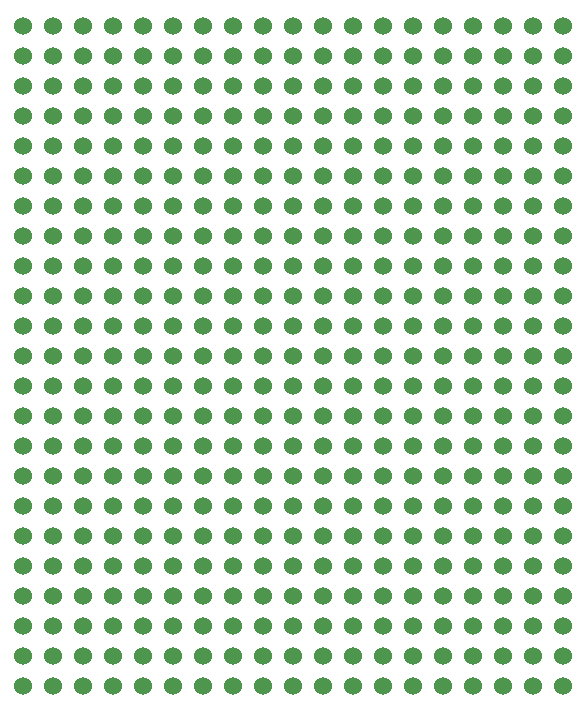
<source format=gbr>
%TF.GenerationSoftware,KiCad,Pcbnew,5.1.5-1.fc31*%
%TF.CreationDate,2020-02-20T13:23:54+01:00*%
%TF.ProjectId,board-2,626f6172-642d-4322-9e6b-696361645f70,1.0*%
%TF.SameCoordinates,PX5e78920PY70a3730*%
%TF.FileFunction,Copper,L2,Bot*%
%TF.FilePolarity,Positive*%
%FSLAX46Y46*%
G04 Gerber Fmt 4.6, Leading zero omitted, Abs format (unit mm)*
G04 Created by KiCad (PCBNEW 5.1.5-1.fc31) date 2020-02-20 13:23:54*
%MOMM*%
%LPD*%
G04 APERTURE LIST*
%ADD10C,1.524000*%
G04 APERTURE END LIST*
D10*
X48260000Y6350000D03*
X45720000Y6350000D03*
X43180000Y6350000D03*
X40640000Y6350000D03*
X38100000Y6350000D03*
X35560000Y6350000D03*
X33020000Y6350000D03*
X30480000Y6350000D03*
X27940000Y6350000D03*
X25400000Y6350000D03*
X22860000Y6350000D03*
X20320000Y6350000D03*
X17780000Y6350000D03*
X15240000Y6350000D03*
X12700000Y6350000D03*
X10160000Y6350000D03*
X7620000Y6350000D03*
X5080000Y6350000D03*
X2540000Y6350000D03*
X48260000Y8890000D03*
X45720000Y8890000D03*
X43180000Y8890000D03*
X40640000Y8890000D03*
X38100000Y8890000D03*
X35560000Y8890000D03*
X33020000Y8890000D03*
X30480000Y8890000D03*
X27940000Y8890000D03*
X25400000Y8890000D03*
X22860000Y8890000D03*
X20320000Y8890000D03*
X17780000Y8890000D03*
X15240000Y8890000D03*
X12700000Y8890000D03*
X10160000Y8890000D03*
X7620000Y8890000D03*
X5080000Y8890000D03*
X2540000Y8890000D03*
X48260000Y11430000D03*
X45720000Y11430000D03*
X43180000Y11430000D03*
X40640000Y11430000D03*
X38100000Y11430000D03*
X35560000Y11430000D03*
X33020000Y11430000D03*
X30480000Y11430000D03*
X27940000Y11430000D03*
X25400000Y11430000D03*
X22860000Y11430000D03*
X20320000Y11430000D03*
X17780000Y11430000D03*
X15240000Y11430000D03*
X12700000Y11430000D03*
X10160000Y11430000D03*
X7620000Y11430000D03*
X5080000Y11430000D03*
X2540000Y11430000D03*
X48260000Y13970000D03*
X45720000Y13970000D03*
X43180000Y13970000D03*
X40640000Y13970000D03*
X38100000Y13970000D03*
X35560000Y13970000D03*
X33020000Y13970000D03*
X30480000Y13970000D03*
X27940000Y13970000D03*
X25400000Y13970000D03*
X22860000Y13970000D03*
X20320000Y13970000D03*
X17780000Y13970000D03*
X15240000Y13970000D03*
X12700000Y13970000D03*
X10160000Y13970000D03*
X7620000Y13970000D03*
X5080000Y13970000D03*
X2540000Y13970000D03*
X48260000Y16510000D03*
X45720000Y16510000D03*
X43180000Y16510000D03*
X40640000Y16510000D03*
X38100000Y16510000D03*
X35560000Y16510000D03*
X33020000Y16510000D03*
X30480000Y16510000D03*
X27940000Y16510000D03*
X25400000Y16510000D03*
X22860000Y16510000D03*
X20320000Y16510000D03*
X17780000Y16510000D03*
X15240000Y16510000D03*
X12700000Y16510000D03*
X10160000Y16510000D03*
X7620000Y16510000D03*
X5080000Y16510000D03*
X2540000Y16510000D03*
X48260000Y19050000D03*
X45720000Y19050000D03*
X43180000Y19050000D03*
X40640000Y19050000D03*
X38100000Y19050000D03*
X35560000Y19050000D03*
X33020000Y19050000D03*
X30480000Y19050000D03*
X27940000Y19050000D03*
X25400000Y19050000D03*
X22860000Y19050000D03*
X20320000Y19050000D03*
X17780000Y19050000D03*
X15240000Y19050000D03*
X12700000Y19050000D03*
X10160000Y19050000D03*
X7620000Y19050000D03*
X5080000Y19050000D03*
X2540000Y19050000D03*
X48260000Y21590000D03*
X45720000Y21590000D03*
X43180000Y21590000D03*
X40640000Y21590000D03*
X38100000Y21590000D03*
X35560000Y21590000D03*
X33020000Y21590000D03*
X30480000Y21590000D03*
X27940000Y21590000D03*
X25400000Y21590000D03*
X22860000Y21590000D03*
X20320000Y21590000D03*
X17780000Y21590000D03*
X15240000Y21590000D03*
X12700000Y21590000D03*
X10160000Y21590000D03*
X7620000Y21590000D03*
X5080000Y21590000D03*
X2540000Y21590000D03*
X48260000Y24130000D03*
X45720000Y24130000D03*
X43180000Y24130000D03*
X40640000Y24130000D03*
X38100000Y24130000D03*
X35560000Y24130000D03*
X33020000Y24130000D03*
X30480000Y24130000D03*
X27940000Y24130000D03*
X25400000Y24130000D03*
X22860000Y24130000D03*
X20320000Y24130000D03*
X17780000Y24130000D03*
X15240000Y24130000D03*
X12700000Y24130000D03*
X10160000Y24130000D03*
X7620000Y24130000D03*
X5080000Y24130000D03*
X2540000Y24130000D03*
X48260000Y26670000D03*
X45720000Y26670000D03*
X43180000Y26670000D03*
X40640000Y26670000D03*
X38100000Y26670000D03*
X35560000Y26670000D03*
X33020000Y26670000D03*
X30480000Y26670000D03*
X27940000Y26670000D03*
X25400000Y26670000D03*
X22860000Y26670000D03*
X20320000Y26670000D03*
X17780000Y26670000D03*
X15240000Y26670000D03*
X12700000Y26670000D03*
X10160000Y26670000D03*
X7620000Y26670000D03*
X5080000Y26670000D03*
X2540000Y26670000D03*
X48260000Y29210000D03*
X45720000Y29210000D03*
X43180000Y29210000D03*
X40640000Y29210000D03*
X38100000Y29210000D03*
X35560000Y29210000D03*
X33020000Y29210000D03*
X30480000Y29210000D03*
X27940000Y29210000D03*
X25400000Y29210000D03*
X22860000Y29210000D03*
X20320000Y29210000D03*
X17780000Y29210000D03*
X15240000Y29210000D03*
X12700000Y29210000D03*
X10160000Y29210000D03*
X7620000Y29210000D03*
X5080000Y29210000D03*
X2540000Y29210000D03*
X48260000Y31750000D03*
X45720000Y31750000D03*
X43180000Y31750000D03*
X40640000Y31750000D03*
X38100000Y31750000D03*
X35560000Y31750000D03*
X33020000Y31750000D03*
X30480000Y31750000D03*
X27940000Y31750000D03*
X25400000Y31750000D03*
X22860000Y31750000D03*
X20320000Y31750000D03*
X17780000Y31750000D03*
X15240000Y31750000D03*
X12700000Y31750000D03*
X10160000Y31750000D03*
X7620000Y31750000D03*
X5080000Y31750000D03*
X2540000Y31750000D03*
X48260000Y34290000D03*
X45720000Y34290000D03*
X43180000Y34290000D03*
X40640000Y34290000D03*
X38100000Y34290000D03*
X35560000Y34290000D03*
X33020000Y34290000D03*
X30480000Y34290000D03*
X27940000Y34290000D03*
X25400000Y34290000D03*
X22860000Y34290000D03*
X20320000Y34290000D03*
X17780000Y34290000D03*
X15240000Y34290000D03*
X12700000Y34290000D03*
X10160000Y34290000D03*
X7620000Y34290000D03*
X5080000Y34290000D03*
X2540000Y34290000D03*
X48260000Y36830000D03*
X45720000Y36830000D03*
X43180000Y36830000D03*
X40640000Y36830000D03*
X38100000Y36830000D03*
X35560000Y36830000D03*
X33020000Y36830000D03*
X30480000Y36830000D03*
X27940000Y36830000D03*
X25400000Y36830000D03*
X22860000Y36830000D03*
X20320000Y36830000D03*
X17780000Y36830000D03*
X15240000Y36830000D03*
X12700000Y36830000D03*
X10160000Y36830000D03*
X7620000Y36830000D03*
X5080000Y36830000D03*
X2540000Y36830000D03*
X48260000Y39370000D03*
X45720000Y39370000D03*
X43180000Y39370000D03*
X40640000Y39370000D03*
X38100000Y39370000D03*
X35560000Y39370000D03*
X33020000Y39370000D03*
X30480000Y39370000D03*
X27940000Y39370000D03*
X25400000Y39370000D03*
X22860000Y39370000D03*
X20320000Y39370000D03*
X17780000Y39370000D03*
X15240000Y39370000D03*
X12700000Y39370000D03*
X10160000Y39370000D03*
X7620000Y39370000D03*
X5080000Y39370000D03*
X2540000Y39370000D03*
X48260000Y41910000D03*
X45720000Y41910000D03*
X43180000Y41910000D03*
X40640000Y41910000D03*
X38100000Y41910000D03*
X35560000Y41910000D03*
X33020000Y41910000D03*
X30480000Y41910000D03*
X27940000Y41910000D03*
X25400000Y41910000D03*
X22860000Y41910000D03*
X20320000Y41910000D03*
X17780000Y41910000D03*
X15240000Y41910000D03*
X12700000Y41910000D03*
X10160000Y41910000D03*
X7620000Y41910000D03*
X5080000Y41910000D03*
X2540000Y41910000D03*
X48260000Y44450000D03*
X45720000Y44450000D03*
X43180000Y44450000D03*
X40640000Y44450000D03*
X38100000Y44450000D03*
X35560000Y44450000D03*
X33020000Y44450000D03*
X30480000Y44450000D03*
X27940000Y44450000D03*
X25400000Y44450000D03*
X22860000Y44450000D03*
X20320000Y44450000D03*
X17780000Y44450000D03*
X15240000Y44450000D03*
X12700000Y44450000D03*
X10160000Y44450000D03*
X7620000Y44450000D03*
X5080000Y44450000D03*
X2540000Y44450000D03*
X48260000Y46990000D03*
X45720000Y46990000D03*
X43180000Y46990000D03*
X40640000Y46990000D03*
X38100000Y46990000D03*
X35560000Y46990000D03*
X33020000Y46990000D03*
X30480000Y46990000D03*
X27940000Y46990000D03*
X25400000Y46990000D03*
X22860000Y46990000D03*
X20320000Y46990000D03*
X17780000Y46990000D03*
X15240000Y46990000D03*
X12700000Y46990000D03*
X10160000Y46990000D03*
X7620000Y46990000D03*
X5080000Y46990000D03*
X2540000Y46990000D03*
X48260000Y49530000D03*
X45720000Y49530000D03*
X43180000Y49530000D03*
X40640000Y49530000D03*
X38100000Y49530000D03*
X35560000Y49530000D03*
X33020000Y49530000D03*
X30480000Y49530000D03*
X27940000Y49530000D03*
X25400000Y49530000D03*
X22860000Y49530000D03*
X20320000Y49530000D03*
X17780000Y49530000D03*
X15240000Y49530000D03*
X12700000Y49530000D03*
X10160000Y49530000D03*
X7620000Y49530000D03*
X5080000Y49530000D03*
X2540000Y49530000D03*
X48260000Y52070000D03*
X45720000Y52070000D03*
X43180000Y52070000D03*
X40640000Y52070000D03*
X38100000Y52070000D03*
X35560000Y52070000D03*
X33020000Y52070000D03*
X30480000Y52070000D03*
X27940000Y52070000D03*
X25400000Y52070000D03*
X22860000Y52070000D03*
X20320000Y52070000D03*
X17780000Y52070000D03*
X15240000Y52070000D03*
X12700000Y52070000D03*
X10160000Y52070000D03*
X7620000Y52070000D03*
X5080000Y52070000D03*
X2540000Y52070000D03*
X48260000Y54610000D03*
X45720000Y54610000D03*
X43180000Y54610000D03*
X40640000Y54610000D03*
X38100000Y54610000D03*
X35560000Y54610000D03*
X33020000Y54610000D03*
X30480000Y54610000D03*
X27940000Y54610000D03*
X25400000Y54610000D03*
X22860000Y54610000D03*
X20320000Y54610000D03*
X17780000Y54610000D03*
X15240000Y54610000D03*
X12700000Y54610000D03*
X10160000Y54610000D03*
X7620000Y54610000D03*
X5080000Y54610000D03*
X2540000Y54610000D03*
X48260000Y57150000D03*
X45720000Y57150000D03*
X43180000Y57150000D03*
X40640000Y57150000D03*
X38100000Y57150000D03*
X35560000Y57150000D03*
X33020000Y57150000D03*
X30480000Y57150000D03*
X27940000Y57150000D03*
X25400000Y57150000D03*
X22860000Y57150000D03*
X20320000Y57150000D03*
X17780000Y57150000D03*
X15240000Y57150000D03*
X12700000Y57150000D03*
X10160000Y57150000D03*
X7620000Y57150000D03*
X5080000Y57150000D03*
X2540000Y57150000D03*
X48260000Y59690000D03*
X45720000Y59690000D03*
X43180000Y59690000D03*
X40640000Y59690000D03*
X38100000Y59690000D03*
X35560000Y59690000D03*
X33020000Y59690000D03*
X30480000Y59690000D03*
X27940000Y59690000D03*
X25400000Y59690000D03*
X22860000Y59690000D03*
X20320000Y59690000D03*
X17780000Y59690000D03*
X15240000Y59690000D03*
X12700000Y59690000D03*
X10160000Y59690000D03*
X7620000Y59690000D03*
X5080000Y59690000D03*
X2540000Y59690000D03*
X48260000Y62230000D03*
X45720000Y62230000D03*
X43180000Y62230000D03*
X40640000Y62230000D03*
X38100000Y62230000D03*
X35560000Y62230000D03*
X33020000Y62230000D03*
X30480000Y62230000D03*
X27940000Y62230000D03*
X25400000Y62230000D03*
X22860000Y62230000D03*
X20320000Y62230000D03*
X17780000Y62230000D03*
X15240000Y62230000D03*
X12700000Y62230000D03*
X10160000Y62230000D03*
X7620000Y62230000D03*
X5080000Y62230000D03*
X2540000Y62230000D03*
M02*

</source>
